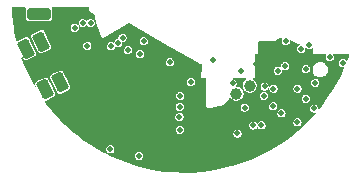
<source format=gbr>
%TF.GenerationSoftware,KiCad,Pcbnew,9.0.0*%
%TF.CreationDate,2025-08-30T10:43:31+02:00*%
%TF.ProjectId,36mm PCB,33366d6d-2050-4434-922e-6b696361645f,rev?*%
%TF.SameCoordinates,Original*%
%TF.FileFunction,Copper,L5,Inr*%
%TF.FilePolarity,Positive*%
%FSLAX46Y46*%
G04 Gerber Fmt 4.6, Leading zero omitted, Abs format (unit mm)*
G04 Created by KiCad (PCBNEW 9.0.0) date 2025-08-30 10:43:31*
%MOMM*%
%LPD*%
G01*
G04 APERTURE LIST*
G04 Aperture macros list*
%AMRoundRect*
0 Rectangle with rounded corners*
0 $1 Rounding radius*
0 $2 $3 $4 $5 $6 $7 $8 $9 X,Y pos of 4 corners*
0 Add a 4 corners polygon primitive as box body*
4,1,4,$2,$3,$4,$5,$6,$7,$8,$9,$2,$3,0*
0 Add four circle primitives for the rounded corners*
1,1,$1+$1,$2,$3*
1,1,$1+$1,$4,$5*
1,1,$1+$1,$6,$7*
1,1,$1+$1,$8,$9*
0 Add four rect primitives between the rounded corners*
20,1,$1+$1,$2,$3,$4,$5,0*
20,1,$1+$1,$4,$5,$6,$7,0*
20,1,$1+$1,$6,$7,$8,$9,0*
20,1,$1+$1,$8,$9,$2,$3,0*%
G04 Aperture macros list end*
%TA.AperFunction,ComponentPad*%
%ADD10RoundRect,0.150000X-0.850000X-0.350000X0.850000X-0.350000X0.850000X0.350000X-0.850000X0.350000X0*%
%TD*%
%TA.AperFunction,ComponentPad*%
%ADD11C,0.500000*%
%TD*%
%TA.AperFunction,ComponentPad*%
%ADD12C,1.000000*%
%TD*%
%TA.AperFunction,ComponentPad*%
%ADD13RoundRect,0.150000X0.591910X-0.441184X0.042506X0.737016X-0.591910X0.441184X-0.042506X-0.737016X0*%
%TD*%
%TA.AperFunction,ViaPad*%
%ADD14C,0.500000*%
%TD*%
G04 APERTURE END LIST*
D10*
%TO.N,GND*%
%TO.C,TP15*%
X190057772Y-114509534D03*
%TD*%
D11*
%TO.N,+3.3V*%
%TO.C,IC6*%
X208542772Y-116831554D03*
%TO.N,I2C1_SDA*%
X210542772Y-117156554D03*
%TO.N,I2C1_SCL*%
X209867772Y-117481554D03*
%TO.N,GND*%
X209117772Y-117264534D03*
%TD*%
D10*
%TO.N,+3V0*%
%TO.C,TP14*%
X187632772Y-114509534D03*
%TD*%
D12*
%TO.N,SYS_SWCLK*%
%TO.C,TP18*%
X205490000Y-120600000D03*
%TD*%
D13*
%TO.N,Net-(C12-Pad2)*%
%TO.C,SW5*%
X189455162Y-120320686D03*
X187849213Y-116876717D03*
%TO.N,+3V0*%
X188186331Y-120912350D03*
X186580382Y-117468382D03*
%TD*%
D12*
%TO.N,SYS_SWDIO*%
%TO.C,TP17*%
X204370000Y-121300000D03*
%TD*%
D14*
%TO.N,I2C1_SDA*%
X199551130Y-123259000D03*
%TO.N,I2C1_SCL*%
X199570000Y-122409000D03*
%TO.N,+3V0*%
X193690000Y-125990000D03*
%TO.N,ADCVBAT*%
X209540000Y-123710000D03*
X194733732Y-116563689D03*
X193750000Y-117280000D03*
%TO.N,+3V0*%
X195190000Y-117600000D03*
%TO.N,GND*%
X206025478Y-118734534D03*
X205110000Y-124060000D03*
X208977772Y-119704534D03*
X209010000Y-123300000D03*
%TO.N,+3.3V*%
X204460000Y-124650000D03*
X199600000Y-121490000D03*
X208490000Y-118950000D03*
X196520000Y-116840000D03*
X212277772Y-118194534D03*
X199590000Y-124350000D03*
%TO.N,NRST*%
X210255935Y-121716592D03*
%TO.N,+3V0*%
X200510000Y-120300000D03*
X208175685Y-122940000D03*
X191740000Y-117240000D03*
%TO.N,Stat*%
X194347311Y-117022689D03*
X196120000Y-126550000D03*
%TO.N,Net-(IC1-MOT2)*%
X202410000Y-118475000D03*
%TO.N,Net-(IC1-MOT1)*%
X204047772Y-120424534D03*
%TO.N,I2C1_SDA*%
X206700000Y-121480000D03*
X196210000Y-117930000D03*
%TO.N,I2C1_SCL*%
X206760000Y-120680000D03*
X198740000Y-118630806D03*
%TO.N,GPIO_Output_Mono*%
X207480000Y-122360000D03*
X192020000Y-115300000D03*
%TO.N,GPIO_EXTI1*%
X205070000Y-122470000D03*
X191370000Y-115300000D03*
%TO.N,GPIO_EXTI9*%
X190680000Y-115700000D03*
X207510000Y-120870000D03*
%TO.N,Tim2_CH3*%
X206492157Y-123967843D03*
X207880000Y-119350000D03*
X210950000Y-122540000D03*
%TO.N,Tim2_CH1*%
X209535196Y-120866133D03*
X205797213Y-123980000D03*
X213391860Y-118690000D03*
%TO.N,Net-(Q4-D_1)*%
X211037772Y-120374534D03*
%TO.N,Net-(Q3-D_1)*%
X210257772Y-119214534D03*
%TO.N,VDD PROG*%
X204770000Y-119390000D03*
%TD*%
%TA.AperFunction,Conductor*%
%TO.N,GND*%
G36*
X186541071Y-113999386D02*
G01*
X186555423Y-114034034D01*
X186548387Y-114057227D01*
X186548652Y-114057337D01*
X186547541Y-114060016D01*
X186547166Y-114061254D01*
X186546806Y-114061794D01*
X186546805Y-114061796D01*
X186532272Y-114134856D01*
X186532272Y-114884211D01*
X186546805Y-114957273D01*
X186602170Y-115040135D01*
X186669009Y-115084794D01*
X186685032Y-115095500D01*
X186758098Y-115110034D01*
X188507446Y-115110034D01*
X188580512Y-115095500D01*
X188663373Y-115040135D01*
X188718738Y-114957274D01*
X188733272Y-114884208D01*
X188733272Y-114134860D01*
X188718738Y-114061794D01*
X188718377Y-114061254D01*
X188718251Y-114060617D01*
X188716892Y-114057337D01*
X188717544Y-114057066D01*
X188711063Y-114024473D01*
X188731899Y-113993291D01*
X188759121Y-113985034D01*
X191848664Y-113985034D01*
X191883312Y-113999386D01*
X191897664Y-114034034D01*
X191895814Y-114047369D01*
X191881479Y-114098053D01*
X191890796Y-114177275D01*
X191890796Y-114177277D01*
X191918932Y-114227600D01*
X191921907Y-114232921D01*
X191929720Y-114246896D01*
X192375328Y-114598712D01*
X192393424Y-114629917D01*
X192415196Y-114775401D01*
X192415201Y-114775432D01*
X192518020Y-115256331D01*
X192650405Y-115729924D01*
X192650407Y-115729933D01*
X192795347Y-116146922D01*
X192811865Y-116194444D01*
X192828867Y-116235042D01*
X192893975Y-116390509D01*
X192893975Y-116390511D01*
X192896505Y-116396554D01*
X192898214Y-116409527D01*
X192911769Y-116433005D01*
X192912976Y-116435888D01*
X192912979Y-116435893D01*
X192922246Y-116458029D01*
X192926899Y-116462647D01*
X192934813Y-116472921D01*
X192938096Y-116478605D01*
X192959614Y-116495116D01*
X192978860Y-116514218D01*
X192990980Y-116519185D01*
X193001376Y-116527162D01*
X193027575Y-116534182D01*
X193052667Y-116544465D01*
X193065766Y-116544415D01*
X193078423Y-116547807D01*
X193105315Y-116544266D01*
X193132430Y-116544164D01*
X193144513Y-116539105D01*
X193157504Y-116537395D01*
X193180992Y-116523834D01*
X193206007Y-116513362D01*
X193215235Y-116504063D01*
X195263841Y-115321299D01*
X195301022Y-115316405D01*
X195312840Y-115321300D01*
X198785333Y-117326144D01*
X201190829Y-118714957D01*
X201199430Y-118721264D01*
X201208690Y-118729749D01*
X201208692Y-118729750D01*
X201208694Y-118729752D01*
X201229688Y-118737393D01*
X201249035Y-118748563D01*
X201266802Y-118750901D01*
X201271842Y-118752736D01*
X201271844Y-118752736D01*
X201283648Y-118757033D01*
X201301680Y-118756245D01*
X201310207Y-118756616D01*
X201328116Y-118758975D01*
X201340246Y-118755723D01*
X201350792Y-118754101D01*
X201363335Y-118753554D01*
X201363335Y-118753553D01*
X201365777Y-118753447D01*
X201401018Y-118766274D01*
X201416867Y-118800263D01*
X201416913Y-118802779D01*
X201414850Y-119069527D01*
X201407772Y-119984534D01*
X201734469Y-119984534D01*
X201769117Y-119998886D01*
X201783469Y-120033534D01*
X201783469Y-122279830D01*
X201779710Y-122295388D01*
X201783469Y-122319345D01*
X201783469Y-122343592D01*
X201787360Y-122352986D01*
X201790497Y-122364139D01*
X201792073Y-122374187D01*
X201792074Y-122374188D01*
X201804713Y-122394880D01*
X201813993Y-122417284D01*
X201825310Y-122428601D01*
X201833652Y-122442258D01*
X201850163Y-122454291D01*
X201855950Y-122459241D01*
X201870392Y-122473684D01*
X201870394Y-122473685D01*
X201870395Y-122473686D01*
X201879787Y-122477576D01*
X201889893Y-122483245D01*
X201898114Y-122489236D01*
X201921686Y-122494931D01*
X201944087Y-122504210D01*
X201960089Y-122504210D01*
X201975647Y-122507969D01*
X201999604Y-122504210D01*
X202023851Y-122504210D01*
X202038641Y-122498083D01*
X202185530Y-122475034D01*
X202462631Y-122423853D01*
X204719500Y-122423853D01*
X204719500Y-122516146D01*
X204743385Y-122605286D01*
X204743386Y-122605289D01*
X204783800Y-122675286D01*
X204789531Y-122685212D01*
X204854788Y-122750469D01*
X204934712Y-122796614D01*
X204956998Y-122802585D01*
X205023853Y-122820500D01*
X205023856Y-122820500D01*
X205116146Y-122820500D01*
X205160716Y-122808557D01*
X205205288Y-122796614D01*
X205285212Y-122750469D01*
X205350469Y-122685212D01*
X205396614Y-122605288D01*
X205409924Y-122555614D01*
X205420500Y-122516146D01*
X205420500Y-122423853D01*
X205396614Y-122334713D01*
X205396612Y-122334708D01*
X205384571Y-122313853D01*
X207129500Y-122313853D01*
X207129500Y-122406146D01*
X207153385Y-122495286D01*
X207153386Y-122495289D01*
X207181677Y-122544289D01*
X207199531Y-122575212D01*
X207264788Y-122640469D01*
X207297797Y-122659527D01*
X207342283Y-122685212D01*
X207344712Y-122686614D01*
X207366998Y-122692585D01*
X207433853Y-122710500D01*
X207433856Y-122710500D01*
X207526146Y-122710500D01*
X207570716Y-122698557D01*
X207615288Y-122686614D01*
X207695212Y-122640469D01*
X207760469Y-122575212D01*
X207806614Y-122495288D01*
X207820824Y-122442257D01*
X207830500Y-122406146D01*
X207830500Y-122313853D01*
X207806614Y-122224713D01*
X207806613Y-122224710D01*
X207788757Y-122193784D01*
X207760469Y-122144788D01*
X207695212Y-122079531D01*
X207689842Y-122076430D01*
X207615289Y-122033386D01*
X207615286Y-122033385D01*
X207526147Y-122009500D01*
X207526144Y-122009500D01*
X207433856Y-122009500D01*
X207433853Y-122009500D01*
X207344713Y-122033385D01*
X207344710Y-122033386D01*
X207264794Y-122079527D01*
X207264784Y-122079534D01*
X207199534Y-122144784D01*
X207199527Y-122144794D01*
X207153386Y-122224710D01*
X207153385Y-122224713D01*
X207129500Y-122313853D01*
X205384571Y-122313853D01*
X205373910Y-122295388D01*
X205350469Y-122254788D01*
X205285212Y-122189531D01*
X205279842Y-122186430D01*
X205205289Y-122143386D01*
X205205286Y-122143385D01*
X205116147Y-122119500D01*
X205116144Y-122119500D01*
X205023856Y-122119500D01*
X205023853Y-122119500D01*
X204934713Y-122143385D01*
X204934710Y-122143386D01*
X204854794Y-122189527D01*
X204854784Y-122189534D01*
X204789534Y-122254784D01*
X204789527Y-122254794D01*
X204743386Y-122334710D01*
X204743385Y-122334713D01*
X204719500Y-122423853D01*
X202462631Y-122423853D01*
X202524926Y-122412347D01*
X202862506Y-122340518D01*
X202991500Y-122309409D01*
X202991509Y-122309411D01*
X203009551Y-122305058D01*
X203009625Y-122305069D01*
X203030280Y-122300069D01*
X203030281Y-122300070D01*
X203045539Y-122296377D01*
X203069036Y-122290711D01*
X203069037Y-122290709D01*
X203073897Y-122289538D01*
X203074103Y-122289464D01*
X203115610Y-122279421D01*
X203277092Y-122210484D01*
X203424893Y-122115701D01*
X203554911Y-121997700D01*
X203663540Y-121859755D01*
X203747765Y-121705693D01*
X203773812Y-121630521D01*
X203798716Y-121602482D01*
X203836154Y-121600266D01*
X203862546Y-121622065D01*
X203889475Y-121668709D01*
X203889478Y-121668713D01*
X203889480Y-121668716D01*
X204001284Y-121780520D01*
X204001287Y-121780521D01*
X204001290Y-121780524D01*
X204138213Y-121859576D01*
X204138215Y-121859576D01*
X204138216Y-121859577D01*
X204239907Y-121886825D01*
X204290939Y-121900499D01*
X204290940Y-121900500D01*
X204290943Y-121900500D01*
X204449060Y-121900500D01*
X204449060Y-121900499D01*
X204601784Y-121859577D01*
X204738716Y-121780520D01*
X204850520Y-121668716D01*
X204881368Y-121615286D01*
X204929576Y-121531786D01*
X204929576Y-121531785D01*
X204929577Y-121531784D01*
X204953138Y-121443853D01*
X204955818Y-121433852D01*
X206349500Y-121433852D01*
X206349500Y-121526146D01*
X206373385Y-121615286D01*
X206373386Y-121615289D01*
X206405233Y-121670448D01*
X206419531Y-121695212D01*
X206484788Y-121760469D01*
X206564712Y-121806614D01*
X206586998Y-121812585D01*
X206653853Y-121830500D01*
X206653856Y-121830500D01*
X206746146Y-121830500D01*
X206797971Y-121816613D01*
X206835288Y-121806614D01*
X206915212Y-121760469D01*
X206980469Y-121695212D01*
X206994769Y-121670445D01*
X209905435Y-121670445D01*
X209905435Y-121762738D01*
X209929320Y-121851878D01*
X209929321Y-121851881D01*
X209960079Y-121905153D01*
X209975466Y-121931804D01*
X210040723Y-121997061D01*
X210120647Y-122043206D01*
X210142933Y-122049177D01*
X210209788Y-122067092D01*
X210209791Y-122067092D01*
X210302081Y-122067092D01*
X210346651Y-122055149D01*
X210391223Y-122043206D01*
X210471147Y-121997061D01*
X210536404Y-121931804D01*
X210582549Y-121851880D01*
X210601671Y-121780517D01*
X210606435Y-121762738D01*
X210606435Y-121670445D01*
X210582549Y-121581305D01*
X210582548Y-121581302D01*
X210571012Y-121561323D01*
X210536404Y-121501380D01*
X210471147Y-121436123D01*
X210465777Y-121433022D01*
X210391224Y-121389978D01*
X210391221Y-121389977D01*
X210302082Y-121366092D01*
X210302079Y-121366092D01*
X210209791Y-121366092D01*
X210209788Y-121366092D01*
X210120648Y-121389977D01*
X210120645Y-121389978D01*
X210040729Y-121436119D01*
X210040719Y-121436126D01*
X209975469Y-121501376D01*
X209975462Y-121501386D01*
X209929321Y-121581302D01*
X209929320Y-121581305D01*
X209905435Y-121670445D01*
X206994769Y-121670445D01*
X207017819Y-121630522D01*
X207026613Y-121615290D01*
X207026613Y-121615289D01*
X207026614Y-121615288D01*
X207047821Y-121536144D01*
X207050500Y-121526146D01*
X207050500Y-121433852D01*
X207026614Y-121344713D01*
X207026613Y-121344710D01*
X206998005Y-121295161D01*
X206980469Y-121264788D01*
X206915212Y-121199531D01*
X206891650Y-121185927D01*
X206835289Y-121153386D01*
X206835286Y-121153385D01*
X206746147Y-121129500D01*
X206746144Y-121129500D01*
X206653856Y-121129500D01*
X206653853Y-121129500D01*
X206564713Y-121153385D01*
X206564710Y-121153386D01*
X206484794Y-121199527D01*
X206484784Y-121199534D01*
X206419534Y-121264784D01*
X206419527Y-121264794D01*
X206373386Y-121344710D01*
X206373385Y-121344713D01*
X206349500Y-121433852D01*
X204955818Y-121433852D01*
X204960076Y-121417962D01*
X204970500Y-121379059D01*
X204970500Y-121220940D01*
X204970499Y-121220939D01*
X204951617Y-121150472D01*
X204929577Y-121068216D01*
X204929576Y-121068215D01*
X204929576Y-121068213D01*
X204850524Y-120931290D01*
X204850521Y-120931287D01*
X204850520Y-120931284D01*
X204738716Y-120819480D01*
X204738713Y-120819478D01*
X204738709Y-120819475D01*
X204601786Y-120740423D01*
X204601782Y-120740422D01*
X204449060Y-120699500D01*
X204449057Y-120699500D01*
X204378613Y-120699500D01*
X204343965Y-120685148D01*
X204329613Y-120650500D01*
X204336178Y-120626000D01*
X204374385Y-120559824D01*
X204374385Y-120559823D01*
X204374386Y-120559822D01*
X204395156Y-120482307D01*
X204398272Y-120470680D01*
X204398272Y-120378387D01*
X204374386Y-120289247D01*
X204374385Y-120289244D01*
X204353951Y-120253853D01*
X204328241Y-120209322D01*
X204262984Y-120144065D01*
X204220406Y-120119482D01*
X204183061Y-120097920D01*
X204183058Y-120097919D01*
X204119408Y-120080864D01*
X204089655Y-120058034D01*
X204084760Y-120020852D01*
X204107590Y-119991099D01*
X204132090Y-119984534D01*
X205172147Y-119984534D01*
X205206795Y-119998886D01*
X205221147Y-120033534D01*
X205206795Y-120068182D01*
X205196647Y-120075969D01*
X205121290Y-120119475D01*
X205121281Y-120119482D01*
X205009482Y-120231281D01*
X205009475Y-120231290D01*
X204930423Y-120368213D01*
X204930422Y-120368217D01*
X204889500Y-120520939D01*
X204889500Y-120679060D01*
X204930422Y-120831782D01*
X204930423Y-120831786D01*
X205009475Y-120968709D01*
X205009478Y-120968713D01*
X205009480Y-120968716D01*
X205121284Y-121080520D01*
X205121287Y-121080521D01*
X205121290Y-121080524D01*
X205258213Y-121159576D01*
X205258215Y-121159576D01*
X205258216Y-121159577D01*
X205356556Y-121185927D01*
X205410939Y-121200499D01*
X205410940Y-121200500D01*
X205410943Y-121200500D01*
X205569060Y-121200500D01*
X205569060Y-121200499D01*
X205721784Y-121159577D01*
X205737555Y-121150472D01*
X205858709Y-121080524D01*
X205858708Y-121080524D01*
X205858716Y-121080520D01*
X205970520Y-120968716D01*
X206026408Y-120871915D01*
X206049576Y-120831786D01*
X206049576Y-120831785D01*
X206049577Y-120831784D01*
X206090499Y-120679060D01*
X206090500Y-120679060D01*
X206090500Y-120633853D01*
X206409500Y-120633853D01*
X206409500Y-120726146D01*
X206433385Y-120815286D01*
X206433386Y-120815289D01*
X206452978Y-120849222D01*
X206479531Y-120895212D01*
X206544788Y-120960469D01*
X206575970Y-120978472D01*
X206615717Y-121001421D01*
X206624712Y-121006614D01*
X206646998Y-121012585D01*
X206713853Y-121030500D01*
X206713856Y-121030500D01*
X206806146Y-121030500D01*
X206850716Y-121018557D01*
X206895288Y-121006614D01*
X206975212Y-120960469D01*
X207040469Y-120895212D01*
X207068065Y-120847414D01*
X207097818Y-120824585D01*
X207135000Y-120829480D01*
X207157830Y-120859233D01*
X207159500Y-120871915D01*
X207159500Y-120916146D01*
X207183385Y-121005286D01*
X207183386Y-121005289D01*
X207197942Y-121030500D01*
X207229531Y-121085212D01*
X207294788Y-121150469D01*
X207354731Y-121185077D01*
X207368012Y-121192746D01*
X207374712Y-121196614D01*
X207385610Y-121199534D01*
X207463853Y-121220500D01*
X207463856Y-121220500D01*
X207556146Y-121220500D01*
X207600716Y-121208557D01*
X207645288Y-121196614D01*
X207725212Y-121150469D01*
X207790469Y-121085212D01*
X207836614Y-121005288D01*
X207856442Y-120931290D01*
X207860500Y-120916146D01*
X207860500Y-120823855D01*
X207860499Y-120823850D01*
X207859464Y-120819986D01*
X209184696Y-120819986D01*
X209184696Y-120912279D01*
X209208581Y-121001419D01*
X209208582Y-121001422D01*
X209211580Y-121006614D01*
X209254727Y-121081345D01*
X209319984Y-121146602D01*
X209379927Y-121181210D01*
X209388102Y-121185931D01*
X209399908Y-121192747D01*
X209414336Y-121196613D01*
X209489049Y-121216633D01*
X209489052Y-121216633D01*
X209581342Y-121216633D01*
X209641549Y-121200500D01*
X209670484Y-121192747D01*
X209750408Y-121146602D01*
X209815665Y-121081345D01*
X209861810Y-121001421D01*
X209879763Y-120934420D01*
X209885696Y-120912279D01*
X209885696Y-120819986D01*
X209864376Y-120740422D01*
X209861810Y-120730845D01*
X209815665Y-120650921D01*
X209750408Y-120585664D01*
X209705653Y-120559824D01*
X209670485Y-120539519D01*
X209670482Y-120539518D01*
X209581343Y-120515633D01*
X209581340Y-120515633D01*
X209489052Y-120515633D01*
X209489049Y-120515633D01*
X209399909Y-120539518D01*
X209399906Y-120539519D01*
X209319990Y-120585660D01*
X209319980Y-120585667D01*
X209254730Y-120650917D01*
X209254723Y-120650927D01*
X209208582Y-120730843D01*
X209208581Y-120730846D01*
X209184696Y-120819986D01*
X207859464Y-120819986D01*
X207840905Y-120750728D01*
X207836614Y-120734712D01*
X207790469Y-120654788D01*
X207725212Y-120589531D01*
X207709522Y-120580472D01*
X207645289Y-120543386D01*
X207645286Y-120543385D01*
X207556147Y-120519500D01*
X207556144Y-120519500D01*
X207463856Y-120519500D01*
X207463853Y-120519500D01*
X207374713Y-120543385D01*
X207374710Y-120543386D01*
X207294794Y-120589527D01*
X207294784Y-120589534D01*
X207229534Y-120654784D01*
X207229527Y-120654794D01*
X207201935Y-120702584D01*
X207172182Y-120725415D01*
X207135000Y-120720519D01*
X207112169Y-120690766D01*
X207110500Y-120678084D01*
X207110500Y-120633853D01*
X207086614Y-120544713D01*
X207086613Y-120544710D01*
X207054556Y-120489187D01*
X207040469Y-120464788D01*
X206975212Y-120399531D01*
X206947988Y-120383813D01*
X206919930Y-120367613D01*
X206895289Y-120353386D01*
X206895286Y-120353385D01*
X206806147Y-120329500D01*
X206806144Y-120329500D01*
X206713856Y-120329500D01*
X206713853Y-120329500D01*
X206624713Y-120353385D01*
X206624710Y-120353386D01*
X206544794Y-120399527D01*
X206544784Y-120399534D01*
X206479534Y-120464784D01*
X206479527Y-120464794D01*
X206433386Y-120544710D01*
X206433385Y-120544713D01*
X206409500Y-120633853D01*
X206090500Y-120633853D01*
X206090500Y-120520940D01*
X206090499Y-120520939D01*
X206075452Y-120464784D01*
X206049577Y-120368216D01*
X206049576Y-120368215D01*
X206049576Y-120368213D01*
X206026583Y-120328387D01*
X210687272Y-120328387D01*
X210687272Y-120420680D01*
X210711157Y-120509820D01*
X210711158Y-120509823D01*
X210751947Y-120580469D01*
X210757303Y-120589746D01*
X210822560Y-120655003D01*
X210863025Y-120678366D01*
X210899629Y-120699500D01*
X210902484Y-120701148D01*
X210918375Y-120705406D01*
X210991625Y-120725034D01*
X210991628Y-120725034D01*
X211083918Y-120725034D01*
X211128488Y-120713091D01*
X211173060Y-120701148D01*
X211252984Y-120655003D01*
X211318241Y-120589746D01*
X211364386Y-120509822D01*
X211384357Y-120435289D01*
X211388272Y-120420680D01*
X211388272Y-120328387D01*
X211364386Y-120239247D01*
X211364385Y-120239244D01*
X211352849Y-120219265D01*
X211318241Y-120159322D01*
X211252984Y-120094065D01*
X211238452Y-120085675D01*
X211173061Y-120047920D01*
X211173058Y-120047919D01*
X211083919Y-120024034D01*
X211083916Y-120024034D01*
X210991628Y-120024034D01*
X210991625Y-120024034D01*
X210902485Y-120047919D01*
X210902482Y-120047920D01*
X210822566Y-120094061D01*
X210822556Y-120094068D01*
X210757306Y-120159318D01*
X210757299Y-120159328D01*
X210711158Y-120239244D01*
X210711157Y-120239247D01*
X210687272Y-120328387D01*
X206026583Y-120328387D01*
X205970524Y-120231290D01*
X205970521Y-120231287D01*
X205970520Y-120231284D01*
X205858716Y-120119480D01*
X205858713Y-120119478D01*
X205858709Y-120119475D01*
X205783353Y-120075969D01*
X205760523Y-120046216D01*
X205765418Y-120009034D01*
X205795171Y-119986204D01*
X205807853Y-119984534D01*
X205907772Y-119984534D01*
X205907772Y-119303853D01*
X207529500Y-119303853D01*
X207529500Y-119396146D01*
X207553385Y-119485286D01*
X207553386Y-119485289D01*
X207561441Y-119499240D01*
X207599531Y-119565212D01*
X207664788Y-119630469D01*
X207744712Y-119676614D01*
X207766998Y-119682585D01*
X207833853Y-119700500D01*
X207833856Y-119700500D01*
X207926146Y-119700500D01*
X207970716Y-119688557D01*
X208015288Y-119676614D01*
X208095212Y-119630469D01*
X208160469Y-119565212D01*
X208206614Y-119485288D01*
X208221496Y-119429749D01*
X208230500Y-119396146D01*
X208230500Y-119303855D01*
X208229750Y-119301057D01*
X208234644Y-119263875D01*
X208264396Y-119241043D01*
X208301578Y-119245937D01*
X208301580Y-119245938D01*
X208354710Y-119276613D01*
X208354712Y-119276614D01*
X208376998Y-119282585D01*
X208443853Y-119300500D01*
X208443856Y-119300500D01*
X208536146Y-119300500D01*
X208580716Y-119288557D01*
X208625288Y-119276614D01*
X208705212Y-119230469D01*
X208767294Y-119168387D01*
X209907272Y-119168387D01*
X209907272Y-119260680D01*
X209931157Y-119349820D01*
X209931158Y-119349823D01*
X209974202Y-119424376D01*
X209977303Y-119429746D01*
X210042560Y-119495003D01*
X210122484Y-119541148D01*
X210144770Y-119547119D01*
X210211625Y-119565034D01*
X210211628Y-119565034D01*
X210303918Y-119565034D01*
X210348488Y-119553091D01*
X210393060Y-119541148D01*
X210472984Y-119495003D01*
X210538241Y-119429746D01*
X210584386Y-119349822D01*
X210604002Y-119276614D01*
X210608272Y-119260680D01*
X210608272Y-119190461D01*
X210817272Y-119190461D01*
X210817272Y-119318606D01*
X210842269Y-119444271D01*
X210842270Y-119444276D01*
X210882396Y-119541147D01*
X210891307Y-119562661D01*
X210962496Y-119669203D01*
X211053103Y-119759810D01*
X211159645Y-119830999D01*
X211278028Y-119880035D01*
X211403703Y-119905034D01*
X211531841Y-119905034D01*
X211657516Y-119880035D01*
X211775899Y-119830999D01*
X211882441Y-119759810D01*
X211973048Y-119669203D01*
X212044237Y-119562661D01*
X212093273Y-119444278D01*
X212118272Y-119318603D01*
X212118272Y-119190465D01*
X212093273Y-119064790D01*
X212044237Y-118946407D01*
X211973048Y-118839865D01*
X211882441Y-118749258D01*
X211874739Y-118744112D01*
X211829529Y-118713904D01*
X211775899Y-118678069D01*
X211773203Y-118676952D01*
X211657514Y-118629032D01*
X211657509Y-118629031D01*
X211531844Y-118604034D01*
X211531841Y-118604034D01*
X211403703Y-118604034D01*
X211403699Y-118604034D01*
X211278034Y-118629031D01*
X211278029Y-118629032D01*
X211159646Y-118678068D01*
X211053103Y-118749257D01*
X210962495Y-118839865D01*
X210891306Y-118946408D01*
X210842270Y-119064791D01*
X210842269Y-119064796D01*
X210817272Y-119190461D01*
X210608272Y-119190461D01*
X210608272Y-119168387D01*
X210584386Y-119079247D01*
X210584385Y-119079244D01*
X210563370Y-119042846D01*
X210538241Y-118999322D01*
X210472984Y-118934065D01*
X210467614Y-118930964D01*
X210393061Y-118887920D01*
X210393058Y-118887919D01*
X210303919Y-118864034D01*
X210303916Y-118864034D01*
X210211628Y-118864034D01*
X210211625Y-118864034D01*
X210122485Y-118887919D01*
X210122482Y-118887920D01*
X210042566Y-118934061D01*
X210042556Y-118934068D01*
X209977306Y-118999318D01*
X209977299Y-118999328D01*
X209931158Y-119079244D01*
X209931157Y-119079247D01*
X209907272Y-119168387D01*
X208767294Y-119168387D01*
X208770469Y-119165212D01*
X208816614Y-119085288D01*
X208835015Y-119016614D01*
X208840500Y-118996146D01*
X208840500Y-118903853D01*
X208816614Y-118814713D01*
X208816613Y-118814710D01*
X208788544Y-118766094D01*
X208770469Y-118734788D01*
X208705212Y-118669531D01*
X208699842Y-118666430D01*
X208625289Y-118623386D01*
X208625286Y-118623385D01*
X208536147Y-118599500D01*
X208536144Y-118599500D01*
X208443856Y-118599500D01*
X208443853Y-118599500D01*
X208354713Y-118623385D01*
X208354710Y-118623386D01*
X208274794Y-118669527D01*
X208274784Y-118669534D01*
X208209534Y-118734784D01*
X208209527Y-118734794D01*
X208163386Y-118814710D01*
X208163385Y-118814713D01*
X208139500Y-118903853D01*
X208139500Y-118996147D01*
X208140250Y-118998947D01*
X208135353Y-119036129D01*
X208105598Y-119058957D01*
X208068419Y-119054061D01*
X208015290Y-119023386D01*
X208015286Y-119023385D01*
X207926147Y-118999500D01*
X207926144Y-118999500D01*
X207833856Y-118999500D01*
X207833853Y-118999500D01*
X207744713Y-119023385D01*
X207744710Y-119023386D01*
X207664794Y-119069527D01*
X207664784Y-119069534D01*
X207599534Y-119134784D01*
X207599527Y-119134794D01*
X207553386Y-119214710D01*
X207553385Y-119214713D01*
X207529500Y-119303853D01*
X205907772Y-119303853D01*
X205907772Y-117982590D01*
X205922124Y-117947942D01*
X205956772Y-117933590D01*
X206074760Y-117933590D01*
X206074762Y-117933590D01*
X206148454Y-117903066D01*
X206148456Y-117903064D01*
X206148457Y-117903064D01*
X206204854Y-117846667D01*
X206204854Y-117846666D01*
X206204856Y-117846664D01*
X206235380Y-117772972D01*
X206235380Y-116883346D01*
X206249732Y-116848698D01*
X206284380Y-116834346D01*
X207545529Y-116834346D01*
X207567534Y-116838226D01*
X207585035Y-116834346D01*
X207602956Y-116834346D01*
X207623596Y-116825796D01*
X207645407Y-116820961D01*
X207660086Y-116810681D01*
X207665044Y-116808628D01*
X207665046Y-116808627D01*
X207676648Y-116803822D01*
X207689416Y-116791052D01*
X207695946Y-116785571D01*
X208023213Y-116556418D01*
X208051318Y-116547558D01*
X208217145Y-116547558D01*
X208251793Y-116561910D01*
X208266145Y-116596558D01*
X208259580Y-116621058D01*
X208216158Y-116696264D01*
X208216157Y-116696267D01*
X208192272Y-116785407D01*
X208192272Y-116877700D01*
X208216157Y-116966840D01*
X208216158Y-116966843D01*
X208226766Y-116985216D01*
X208262303Y-117046766D01*
X208327560Y-117112023D01*
X208384178Y-117144712D01*
X208407149Y-117157975D01*
X208407484Y-117158168D01*
X208428022Y-117163671D01*
X208496625Y-117182054D01*
X208496628Y-117182054D01*
X208588918Y-117182054D01*
X208639717Y-117168442D01*
X208678060Y-117158168D01*
X208757984Y-117112023D01*
X208823241Y-117046766D01*
X208869386Y-116966842D01*
X208883494Y-116914189D01*
X208893272Y-116877700D01*
X208893272Y-116785407D01*
X208893271Y-116785406D01*
X208888346Y-116767023D01*
X208893241Y-116729841D01*
X208922994Y-116707011D01*
X208960176Y-116711906D01*
X208971565Y-116720981D01*
X208979801Y-116729841D01*
X209057906Y-116813873D01*
X209058667Y-116814691D01*
X209213093Y-116929495D01*
X209385804Y-117014341D01*
X209385808Y-117014342D01*
X209385810Y-117014343D01*
X209422976Y-117024788D01*
X209571052Y-117066404D01*
X209689065Y-117077211D01*
X209722260Y-117094663D01*
X209733392Y-117130475D01*
X209715940Y-117163671D01*
X209709097Y-117168442D01*
X209652563Y-117201083D01*
X209652556Y-117201088D01*
X209587306Y-117266338D01*
X209587299Y-117266348D01*
X209541158Y-117346264D01*
X209541157Y-117346267D01*
X209517272Y-117435407D01*
X209517272Y-117527700D01*
X209541157Y-117616840D01*
X209541158Y-117616843D01*
X209580313Y-117684659D01*
X209587303Y-117696766D01*
X209652560Y-117762023D01*
X209732484Y-117808168D01*
X209754770Y-117814139D01*
X209821625Y-117832054D01*
X209821628Y-117832054D01*
X209913918Y-117832054D01*
X209958488Y-117820111D01*
X210003060Y-117808168D01*
X210082984Y-117762023D01*
X210148241Y-117696766D01*
X210194386Y-117616842D01*
X210209492Y-117560465D01*
X210218272Y-117527700D01*
X210218272Y-117446031D01*
X210232624Y-117411383D01*
X210267272Y-117397031D01*
X210301920Y-117411383D01*
X210327560Y-117437023D01*
X210407484Y-117483168D01*
X210429770Y-117489139D01*
X210496625Y-117507054D01*
X210496628Y-117507054D01*
X210588918Y-117507054D01*
X210633488Y-117495111D01*
X210678060Y-117483168D01*
X210757984Y-117437023D01*
X210768037Y-117426970D01*
X210802685Y-117412618D01*
X210837333Y-117426970D01*
X210851685Y-117461618D01*
X210851685Y-117772972D01*
X210882209Y-117846664D01*
X210882210Y-117846665D01*
X210882211Y-117846667D01*
X210938608Y-117903064D01*
X210938609Y-117903064D01*
X210938611Y-117903066D01*
X211012303Y-117933590D01*
X211092067Y-117933590D01*
X211938836Y-117933590D01*
X211973484Y-117947942D01*
X211987836Y-117982590D01*
X211981271Y-118007088D01*
X211962128Y-118040245D01*
X211951157Y-118059247D01*
X211927272Y-118148387D01*
X211927272Y-118240680D01*
X211951157Y-118329820D01*
X211951158Y-118329823D01*
X211994202Y-118404376D01*
X211997303Y-118409746D01*
X212062560Y-118475003D01*
X212142484Y-118521148D01*
X212164770Y-118527119D01*
X212231625Y-118545034D01*
X212231628Y-118545034D01*
X212323918Y-118545034D01*
X212368488Y-118533091D01*
X212413060Y-118521148D01*
X212492984Y-118475003D01*
X212558241Y-118409746D01*
X212604386Y-118329822D01*
X212624002Y-118256614D01*
X212628272Y-118240680D01*
X212628272Y-118148387D01*
X212604386Y-118059247D01*
X212604386Y-118059246D01*
X212574272Y-118007089D01*
X212569377Y-117969909D01*
X212592207Y-117940155D01*
X212616708Y-117933590D01*
X213879556Y-117933590D01*
X213914204Y-117947942D01*
X213928556Y-117982590D01*
X213925933Y-117998406D01*
X213870645Y-118160516D01*
X213795285Y-118381477D01*
X213794418Y-118383821D01*
X213760495Y-118468831D01*
X213734324Y-118495692D01*
X213696824Y-118496180D01*
X213674691Y-118477025D01*
X213674285Y-118477338D01*
X213672766Y-118475359D01*
X213672551Y-118475173D01*
X213672329Y-118474788D01*
X213607072Y-118409531D01*
X213579661Y-118393705D01*
X213527149Y-118363386D01*
X213527146Y-118363385D01*
X213438007Y-118339500D01*
X213438004Y-118339500D01*
X213345716Y-118339500D01*
X213345713Y-118339500D01*
X213256573Y-118363385D01*
X213256570Y-118363386D01*
X213176654Y-118409527D01*
X213176644Y-118409534D01*
X213111394Y-118474784D01*
X213111387Y-118474794D01*
X213065246Y-118554710D01*
X213065245Y-118554713D01*
X213041360Y-118643853D01*
X213041360Y-118736146D01*
X213065245Y-118825286D01*
X213065246Y-118825289D01*
X213077216Y-118846021D01*
X213111391Y-118905212D01*
X213176648Y-118970469D01*
X213226615Y-118999318D01*
X213244818Y-119009828D01*
X213256572Y-119016614D01*
X213278858Y-119022585D01*
X213345713Y-119040500D01*
X213345716Y-119040500D01*
X213438006Y-119040500D01*
X213444727Y-119038698D01*
X213447505Y-119037954D01*
X213484688Y-119042846D01*
X213507520Y-119072597D01*
X213504716Y-119105740D01*
X213204680Y-119758787D01*
X213203580Y-119761030D01*
X212857489Y-120423100D01*
X212856275Y-120425284D01*
X212476899Y-121068827D01*
X212475576Y-121070946D01*
X212063886Y-121694320D01*
X212062456Y-121696370D01*
X211619517Y-122297954D01*
X211617985Y-122299927D01*
X211387426Y-122581761D01*
X211354379Y-122599491D01*
X211318474Y-122588661D01*
X211300744Y-122555614D01*
X211300500Y-122550735D01*
X211300500Y-122493853D01*
X211278660Y-122412347D01*
X211276614Y-122404712D01*
X211230469Y-122324788D01*
X211165212Y-122259531D01*
X211104907Y-122224713D01*
X211085289Y-122213386D01*
X211085286Y-122213385D01*
X210996147Y-122189500D01*
X210996144Y-122189500D01*
X210903856Y-122189500D01*
X210903853Y-122189500D01*
X210814713Y-122213385D01*
X210814710Y-122213386D01*
X210734794Y-122259527D01*
X210734784Y-122259534D01*
X210669534Y-122324784D01*
X210669527Y-122324794D01*
X210623386Y-122404710D01*
X210623385Y-122404713D01*
X210599500Y-122493853D01*
X210599500Y-122586146D01*
X210623385Y-122675286D01*
X210623386Y-122675289D01*
X210646921Y-122716051D01*
X210669531Y-122755212D01*
X210734788Y-122820469D01*
X210814712Y-122866614D01*
X210836998Y-122872585D01*
X210903853Y-122890500D01*
X210903856Y-122890500D01*
X210996146Y-122890500D01*
X211012630Y-122886082D01*
X211017196Y-122884859D01*
X211054378Y-122889753D01*
X211077209Y-122919506D01*
X211072315Y-122956688D01*
X211066174Y-122965108D01*
X210641449Y-123433392D01*
X210639724Y-123435199D01*
X210110288Y-123962248D01*
X210108473Y-123963965D01*
X209552856Y-124463343D01*
X209550955Y-124464966D01*
X208970606Y-124935372D01*
X208968626Y-124936895D01*
X208365043Y-125377113D01*
X208362987Y-125378533D01*
X207737773Y-125787394D01*
X207735648Y-125788708D01*
X207090383Y-126165181D01*
X207088193Y-126166385D01*
X206424574Y-126509477D01*
X206422326Y-126510567D01*
X205742110Y-126819371D01*
X205739810Y-126820346D01*
X205044700Y-127094090D01*
X205042352Y-127094946D01*
X204334207Y-127332895D01*
X204331819Y-127333630D01*
X203612481Y-127535167D01*
X203610059Y-127535780D01*
X202881354Y-127700394D01*
X202878904Y-127700882D01*
X202142776Y-127828132D01*
X202140303Y-127828495D01*
X201398632Y-127918057D01*
X201396145Y-127918293D01*
X200650880Y-127969932D01*
X200648384Y-127970041D01*
X199901462Y-127983622D01*
X199898963Y-127983604D01*
X199152300Y-127959093D01*
X199149806Y-127958947D01*
X198405376Y-127896408D01*
X198402892Y-127896135D01*
X197662639Y-127795731D01*
X197660173Y-127795333D01*
X196925966Y-127657320D01*
X196923523Y-127656796D01*
X196197315Y-127481538D01*
X196194902Y-127480890D01*
X195478579Y-127268844D01*
X195476202Y-127268074D01*
X194771605Y-127019783D01*
X194769270Y-127018892D01*
X194078266Y-126735016D01*
X194075980Y-126734008D01*
X193675242Y-126544960D01*
X193588105Y-126503853D01*
X195769500Y-126503853D01*
X195769500Y-126596146D01*
X195793385Y-126685286D01*
X195793386Y-126685289D01*
X195803474Y-126702761D01*
X195839531Y-126765212D01*
X195904788Y-126830469D01*
X195984712Y-126876614D01*
X196006998Y-126882585D01*
X196073853Y-126900500D01*
X196073856Y-126900500D01*
X196166146Y-126900500D01*
X196210716Y-126888557D01*
X196255288Y-126876614D01*
X196335212Y-126830469D01*
X196400469Y-126765212D01*
X196446614Y-126685288D01*
X196458557Y-126640716D01*
X196470500Y-126596146D01*
X196470500Y-126503853D01*
X196446765Y-126415276D01*
X196446614Y-126414712D01*
X196400469Y-126334788D01*
X196335212Y-126269531D01*
X196329842Y-126266430D01*
X196255289Y-126223386D01*
X196255286Y-126223385D01*
X196166147Y-126199500D01*
X196166144Y-126199500D01*
X196073856Y-126199500D01*
X196073853Y-126199500D01*
X195984713Y-126223385D01*
X195984710Y-126223386D01*
X195904794Y-126269527D01*
X195904784Y-126269534D01*
X195839534Y-126334784D01*
X195839527Y-126334794D01*
X195793386Y-126414710D01*
X195793385Y-126414713D01*
X195769500Y-126503853D01*
X193588105Y-126503853D01*
X193400342Y-126415276D01*
X193398110Y-126414153D01*
X193260618Y-126340500D01*
X192997407Y-126199500D01*
X192739583Y-126061386D01*
X192737411Y-126060150D01*
X192608854Y-125982601D01*
X192544619Y-125943853D01*
X193339500Y-125943853D01*
X193339500Y-126036146D01*
X193363385Y-126125286D01*
X193363386Y-126125289D01*
X193386783Y-126165812D01*
X193409531Y-126205212D01*
X193474788Y-126270469D01*
X193554712Y-126316614D01*
X193576998Y-126322585D01*
X193643853Y-126340500D01*
X193643856Y-126340500D01*
X193736146Y-126340500D01*
X193780716Y-126328557D01*
X193825288Y-126316614D01*
X193905212Y-126270469D01*
X193970469Y-126205212D01*
X194016614Y-126125288D01*
X194028557Y-126080716D01*
X194040500Y-126036146D01*
X194040500Y-125943853D01*
X194016614Y-125854713D01*
X194016613Y-125854710D01*
X193970472Y-125774794D01*
X193970469Y-125774788D01*
X193905212Y-125709531D01*
X193844169Y-125674287D01*
X193825289Y-125663386D01*
X193825286Y-125663385D01*
X193736147Y-125639500D01*
X193736144Y-125639500D01*
X193643856Y-125639500D01*
X193643853Y-125639500D01*
X193554713Y-125663385D01*
X193554710Y-125663386D01*
X193474794Y-125709527D01*
X193474784Y-125709534D01*
X193409534Y-125774784D01*
X193409527Y-125774794D01*
X193363386Y-125854710D01*
X193363385Y-125854713D01*
X193339500Y-125943853D01*
X192544619Y-125943853D01*
X192097745Y-125674287D01*
X192095639Y-125672943D01*
X191476435Y-125254948D01*
X191474401Y-125253497D01*
X190877349Y-124804512D01*
X190875391Y-124802960D01*
X190318925Y-124338254D01*
X190301993Y-124324114D01*
X190300116Y-124322464D01*
X190280009Y-124303853D01*
X199239500Y-124303853D01*
X199239500Y-124396146D01*
X199263385Y-124485286D01*
X199263386Y-124485289D01*
X199282916Y-124519115D01*
X199309531Y-124565212D01*
X199374788Y-124630469D01*
X199454712Y-124676614D01*
X199476998Y-124682585D01*
X199543853Y-124700500D01*
X199543856Y-124700500D01*
X199636146Y-124700500D01*
X199680716Y-124688557D01*
X199725288Y-124676614D01*
X199805212Y-124630469D01*
X199831828Y-124603853D01*
X204109500Y-124603853D01*
X204109500Y-124696146D01*
X204133385Y-124785286D01*
X204133386Y-124785289D01*
X204143589Y-124802960D01*
X204179531Y-124865212D01*
X204244788Y-124930469D01*
X204324712Y-124976614D01*
X204346998Y-124982585D01*
X204413853Y-125000500D01*
X204413856Y-125000500D01*
X204506146Y-125000500D01*
X204550716Y-124988557D01*
X204595288Y-124976614D01*
X204675212Y-124930469D01*
X204740469Y-124865212D01*
X204786614Y-124785288D01*
X204809333Y-124700500D01*
X204810500Y-124696146D01*
X204810500Y-124603853D01*
X204786614Y-124514713D01*
X204786613Y-124514710D01*
X204769625Y-124485286D01*
X204740469Y-124434788D01*
X204675212Y-124369531D01*
X204607610Y-124330500D01*
X204595289Y-124323386D01*
X204595286Y-124323385D01*
X204506147Y-124299500D01*
X204506144Y-124299500D01*
X204413856Y-124299500D01*
X204413853Y-124299500D01*
X204324713Y-124323385D01*
X204324710Y-124323386D01*
X204244794Y-124369527D01*
X204244784Y-124369534D01*
X204179534Y-124434784D01*
X204179527Y-124434794D01*
X204133386Y-124514710D01*
X204133385Y-124514713D01*
X204109500Y-124603853D01*
X199831828Y-124603853D01*
X199870469Y-124565212D01*
X199916614Y-124485288D01*
X199930145Y-124434788D01*
X199940500Y-124396146D01*
X199940500Y-124303853D01*
X199916614Y-124214713D01*
X199916613Y-124214710D01*
X199898332Y-124183048D01*
X199870469Y-124134788D01*
X199805212Y-124069531D01*
X199789570Y-124060500D01*
X199725289Y-124023386D01*
X199725286Y-124023385D01*
X199636147Y-123999500D01*
X199636144Y-123999500D01*
X199543856Y-123999500D01*
X199543853Y-123999500D01*
X199454713Y-124023385D01*
X199454710Y-124023386D01*
X199374794Y-124069527D01*
X199374784Y-124069534D01*
X199309534Y-124134784D01*
X199309527Y-124134794D01*
X199263386Y-124214710D01*
X199263385Y-124214713D01*
X199239500Y-124303853D01*
X190280009Y-124303853D01*
X189915648Y-123966604D01*
X189880264Y-123933853D01*
X205446713Y-123933853D01*
X205446713Y-124026146D01*
X205470598Y-124115286D01*
X205470599Y-124115289D01*
X205481861Y-124134794D01*
X205516744Y-124195212D01*
X205582001Y-124260469D01*
X205661925Y-124306614D01*
X205684211Y-124312585D01*
X205751066Y-124330500D01*
X205751069Y-124330500D01*
X205843359Y-124330500D01*
X205888728Y-124318343D01*
X205932501Y-124306614D01*
X206012425Y-124260469D01*
X206077682Y-124195212D01*
X206105760Y-124146580D01*
X206135512Y-124123751D01*
X206172694Y-124128646D01*
X206190629Y-124146581D01*
X206211688Y-124183055D01*
X206276945Y-124248312D01*
X206356869Y-124294457D01*
X206375690Y-124299500D01*
X206446010Y-124318343D01*
X206446013Y-124318343D01*
X206538303Y-124318343D01*
X206592367Y-124303856D01*
X206627445Y-124294457D01*
X206707369Y-124248312D01*
X206772626Y-124183055D01*
X206818771Y-124103131D01*
X206836594Y-124036614D01*
X206842657Y-124013989D01*
X206842657Y-123921696D01*
X206818771Y-123832556D01*
X206818770Y-123832553D01*
X206779648Y-123764794D01*
X206772626Y-123752631D01*
X206707369Y-123687374D01*
X206701999Y-123684273D01*
X206666631Y-123663853D01*
X209189500Y-123663853D01*
X209189500Y-123756146D01*
X209213385Y-123845286D01*
X209213386Y-123845289D01*
X209254487Y-123916476D01*
X209259531Y-123925212D01*
X209324788Y-123990469D01*
X209404712Y-124036614D01*
X209426998Y-124042585D01*
X209493853Y-124060500D01*
X209493856Y-124060500D01*
X209586146Y-124060500D01*
X209630716Y-124048557D01*
X209675288Y-124036614D01*
X209755212Y-123990469D01*
X209820469Y-123925212D01*
X209866614Y-123845288D01*
X209878557Y-123800716D01*
X209890500Y-123756146D01*
X209890500Y-123663853D01*
X209866614Y-123574713D01*
X209866613Y-123574710D01*
X209820472Y-123494794D01*
X209820469Y-123494788D01*
X209755212Y-123429531D01*
X209749842Y-123426430D01*
X209675289Y-123383386D01*
X209675286Y-123383385D01*
X209586147Y-123359500D01*
X209586144Y-123359500D01*
X209493856Y-123359500D01*
X209493853Y-123359500D01*
X209404713Y-123383385D01*
X209404710Y-123383386D01*
X209324794Y-123429527D01*
X209324784Y-123429534D01*
X209259534Y-123494784D01*
X209259527Y-123494794D01*
X209213386Y-123574710D01*
X209213385Y-123574713D01*
X209189500Y-123663853D01*
X206666631Y-123663853D01*
X206627446Y-123641229D01*
X206627443Y-123641228D01*
X206538304Y-123617343D01*
X206538301Y-123617343D01*
X206446013Y-123617343D01*
X206446010Y-123617343D01*
X206356870Y-123641228D01*
X206356867Y-123641229D01*
X206276951Y-123687370D01*
X206276941Y-123687377D01*
X206211691Y-123752627D01*
X206211686Y-123752634D01*
X206183610Y-123801262D01*
X206153856Y-123824092D01*
X206116674Y-123819196D01*
X206098740Y-123801261D01*
X206077685Y-123764793D01*
X206077684Y-123764792D01*
X206077682Y-123764788D01*
X206012425Y-123699531D01*
X205991362Y-123687370D01*
X205932502Y-123653386D01*
X205932499Y-123653385D01*
X205843360Y-123629500D01*
X205843357Y-123629500D01*
X205751069Y-123629500D01*
X205751066Y-123629500D01*
X205661926Y-123653385D01*
X205661923Y-123653386D01*
X205582007Y-123699527D01*
X205581997Y-123699534D01*
X205516747Y-123764784D01*
X205516740Y-123764794D01*
X205470599Y-123844710D01*
X205470598Y-123844713D01*
X205446713Y-123933853D01*
X189880264Y-123933853D01*
X189751858Y-123815001D01*
X189750069Y-123813258D01*
X189439385Y-123494788D01*
X189228398Y-123278513D01*
X189226703Y-123276684D01*
X189196183Y-123242028D01*
X189177197Y-123220469D01*
X189170490Y-123212853D01*
X199200630Y-123212853D01*
X199200630Y-123305146D01*
X199224515Y-123394286D01*
X199224516Y-123394289D01*
X199246655Y-123432633D01*
X199270661Y-123474212D01*
X199335918Y-123539469D01*
X199415842Y-123585614D01*
X199438128Y-123591585D01*
X199504983Y-123609500D01*
X199504986Y-123609500D01*
X199597276Y-123609500D01*
X199641846Y-123597557D01*
X199686418Y-123585614D01*
X199766342Y-123539469D01*
X199831599Y-123474212D01*
X199877744Y-123394288D01*
X199889687Y-123349716D01*
X199901630Y-123305146D01*
X199901630Y-123212853D01*
X199877744Y-123123713D01*
X199877743Y-123123710D01*
X199849786Y-123075288D01*
X199831599Y-123043788D01*
X199766342Y-122978531D01*
X199728510Y-122956688D01*
X199687619Y-122933079D01*
X199686420Y-122932386D01*
X199686416Y-122932385D01*
X199597277Y-122908500D01*
X199597274Y-122908500D01*
X199504986Y-122908500D01*
X199504983Y-122908500D01*
X199415843Y-122932385D01*
X199415840Y-122932386D01*
X199335924Y-122978527D01*
X199335914Y-122978534D01*
X199270664Y-123043784D01*
X199270657Y-123043794D01*
X199224516Y-123123710D01*
X199224515Y-123123713D01*
X199200630Y-123212853D01*
X189170490Y-123212853D01*
X188889561Y-122893853D01*
X207825185Y-122893853D01*
X207825185Y-122986146D01*
X207849070Y-123075286D01*
X207849071Y-123075289D01*
X207877028Y-123123710D01*
X207895216Y-123155212D01*
X207960473Y-123220469D01*
X208040397Y-123266614D01*
X208062683Y-123272585D01*
X208129538Y-123290500D01*
X208129541Y-123290500D01*
X208221831Y-123290500D01*
X208273391Y-123276684D01*
X208310973Y-123266614D01*
X208390897Y-123220469D01*
X208456154Y-123155212D01*
X208502299Y-123075288D01*
X208514242Y-123030716D01*
X208526185Y-122986146D01*
X208526185Y-122893853D01*
X208502299Y-122804713D01*
X208502298Y-122804710D01*
X208473721Y-122755215D01*
X208456154Y-122724788D01*
X208390897Y-122659531D01*
X208385527Y-122656430D01*
X208310974Y-122613386D01*
X208310971Y-122613385D01*
X208221832Y-122589500D01*
X208221829Y-122589500D01*
X208129541Y-122589500D01*
X208129538Y-122589500D01*
X208040398Y-122613385D01*
X208040395Y-122613386D01*
X207960479Y-122659527D01*
X207960469Y-122659534D01*
X207895219Y-122724784D01*
X207895212Y-122724794D01*
X207849071Y-122804710D01*
X207849070Y-122804713D01*
X207825185Y-122893853D01*
X188889561Y-122893853D01*
X188732969Y-122716040D01*
X188731384Y-122714146D01*
X188452482Y-122362853D01*
X199219500Y-122362853D01*
X199219500Y-122455146D01*
X199243385Y-122544286D01*
X199243386Y-122544289D01*
X199283280Y-122613385D01*
X199289531Y-122624212D01*
X199354788Y-122689469D01*
X199434712Y-122735614D01*
X199456998Y-122741585D01*
X199523853Y-122759500D01*
X199523856Y-122759500D01*
X199616146Y-122759500D01*
X199660716Y-122747557D01*
X199705288Y-122735614D01*
X199785212Y-122689469D01*
X199850469Y-122624212D01*
X199896614Y-122544288D01*
X199909743Y-122495289D01*
X199920500Y-122455146D01*
X199920500Y-122362853D01*
X199901161Y-122290681D01*
X199896614Y-122273712D01*
X199850469Y-122193788D01*
X199785212Y-122128531D01*
X199762990Y-122115701D01*
X199705289Y-122082386D01*
X199705286Y-122082385D01*
X199616147Y-122058500D01*
X199616144Y-122058500D01*
X199523856Y-122058500D01*
X199523853Y-122058500D01*
X199434713Y-122082385D01*
X199434710Y-122082386D01*
X199354794Y-122128527D01*
X199354784Y-122128534D01*
X199289534Y-122193784D01*
X199289527Y-122193794D01*
X199243386Y-122273710D01*
X199243385Y-122273713D01*
X199219500Y-122362853D01*
X188452482Y-122362853D01*
X188266850Y-122129038D01*
X188265353Y-122127050D01*
X188257250Y-122115701D01*
X188155728Y-121973504D01*
X188147275Y-121936966D01*
X188167135Y-121905153D01*
X188183961Y-121897436D01*
X188189225Y-121896148D01*
X188227329Y-121886824D01*
X188882519Y-121581304D01*
X188906465Y-121570138D01*
X188906465Y-121570137D01*
X188906469Y-121570136D01*
X188966547Y-121526085D01*
X189016447Y-121443853D01*
X199249500Y-121443853D01*
X199249500Y-121536146D01*
X199273385Y-121625286D01*
X199273386Y-121625289D01*
X199305364Y-121680675D01*
X199319531Y-121705212D01*
X199384788Y-121770469D01*
X199464712Y-121816614D01*
X199486998Y-121822585D01*
X199553853Y-121840500D01*
X199553856Y-121840500D01*
X199646146Y-121840500D01*
X199690716Y-121828557D01*
X199735288Y-121816614D01*
X199815212Y-121770469D01*
X199880469Y-121705212D01*
X199926614Y-121625288D01*
X199944577Y-121558250D01*
X199950500Y-121536146D01*
X199950500Y-121443853D01*
X199926614Y-121354713D01*
X199926613Y-121354710D01*
X199893702Y-121297708D01*
X199880469Y-121274788D01*
X199815212Y-121209531D01*
X199799570Y-121200500D01*
X199735289Y-121163386D01*
X199735286Y-121163385D01*
X199646147Y-121139500D01*
X199646144Y-121139500D01*
X199553856Y-121139500D01*
X199553853Y-121139500D01*
X199464713Y-121163385D01*
X199464710Y-121163386D01*
X199384794Y-121209527D01*
X199384784Y-121209534D01*
X199319534Y-121274784D01*
X199319527Y-121274794D01*
X199273386Y-121354710D01*
X199273385Y-121354713D01*
X199249500Y-121443853D01*
X189016447Y-121443853D01*
X189018246Y-121440888D01*
X189033405Y-121342393D01*
X189022470Y-121297707D01*
X189015699Y-121270034D01*
X189015698Y-121270033D01*
X189015698Y-121270030D01*
X188728906Y-120655003D01*
X188445441Y-120047108D01*
X188445439Y-120047106D01*
X188445439Y-120047105D01*
X188401388Y-119987027D01*
X188401387Y-119987026D01*
X188339546Y-119949500D01*
X188316192Y-119935328D01*
X188316190Y-119935327D01*
X188217695Y-119920168D01*
X188145337Y-119937874D01*
X188145332Y-119937876D01*
X187466196Y-120254561D01*
X187466194Y-120254563D01*
X187406115Y-120298614D01*
X187406115Y-120298615D01*
X187354416Y-120383812D01*
X187354416Y-120383813D01*
X187354415Y-120383814D01*
X187339257Y-120482307D01*
X187356962Y-120554665D01*
X187356964Y-120554670D01*
X187387838Y-120620880D01*
X187389474Y-120658347D01*
X187364137Y-120685997D01*
X187326670Y-120687633D01*
X187300858Y-120665852D01*
X187056117Y-120236450D01*
X187054959Y-120234291D01*
X186881676Y-119890643D01*
X188608088Y-119890643D01*
X188625793Y-119963001D01*
X188625795Y-119963006D01*
X189196051Y-121185927D01*
X189196053Y-121185929D01*
X189196054Y-121185931D01*
X189240105Y-121246009D01*
X189325301Y-121297708D01*
X189423797Y-121312867D01*
X189496160Y-121295160D01*
X190175300Y-120978472D01*
X190235378Y-120934421D01*
X190287077Y-120849224D01*
X190302236Y-120750729D01*
X190284529Y-120678366D01*
X190189621Y-120474835D01*
X190094736Y-120271352D01*
X190086576Y-120253853D01*
X200159500Y-120253853D01*
X200159500Y-120346146D01*
X200183385Y-120435286D01*
X200183386Y-120435289D01*
X200201289Y-120466297D01*
X200229531Y-120515212D01*
X200294788Y-120580469D01*
X200354731Y-120615077D01*
X200373648Y-120626000D01*
X200374712Y-120626614D01*
X200396998Y-120632585D01*
X200463853Y-120650500D01*
X200463856Y-120650500D01*
X200556146Y-120650500D01*
X200618260Y-120633856D01*
X200645288Y-120626614D01*
X200725212Y-120580469D01*
X200790469Y-120515212D01*
X200836614Y-120435288D01*
X200854587Y-120368213D01*
X200860500Y-120346146D01*
X200860500Y-120253853D01*
X200836614Y-120164713D01*
X200836613Y-120164710D01*
X200795825Y-120094065D01*
X200790469Y-120084788D01*
X200725212Y-120019531D01*
X200690518Y-119999500D01*
X200645289Y-119973386D01*
X200645286Y-119973385D01*
X200556147Y-119949500D01*
X200556144Y-119949500D01*
X200463856Y-119949500D01*
X200463853Y-119949500D01*
X200374713Y-119973385D01*
X200374710Y-119973386D01*
X200294794Y-120019527D01*
X200294784Y-120019534D01*
X200229534Y-120084784D01*
X200229527Y-120084794D01*
X200183386Y-120164710D01*
X200183385Y-120164713D01*
X200159500Y-120253853D01*
X190086576Y-120253853D01*
X189714272Y-119455444D01*
X189714270Y-119455442D01*
X189714270Y-119455441D01*
X189670219Y-119395363D01*
X189670218Y-119395362D01*
X189649371Y-119382711D01*
X189585023Y-119343664D01*
X189585020Y-119343663D01*
X189585019Y-119343663D01*
X189486526Y-119328504D01*
X189414168Y-119346210D01*
X189414163Y-119346212D01*
X188735027Y-119662897D01*
X188735025Y-119662899D01*
X188674946Y-119706950D01*
X188674946Y-119706951D01*
X188623247Y-119792148D01*
X188623247Y-119792149D01*
X188623246Y-119792150D01*
X188608088Y-119890643D01*
X186881676Y-119890643D01*
X186718595Y-119567227D01*
X186717531Y-119564977D01*
X186707002Y-119541147D01*
X186415605Y-118881627D01*
X186414670Y-118879358D01*
X186302044Y-118584659D01*
X198389500Y-118584659D01*
X198389500Y-118676952D01*
X198413385Y-118766092D01*
X198413386Y-118766095D01*
X198433114Y-118800263D01*
X198459531Y-118846018D01*
X198524788Y-118911275D01*
X198604712Y-118957420D01*
X198626998Y-118963391D01*
X198693853Y-118981306D01*
X198693856Y-118981306D01*
X198786146Y-118981306D01*
X198830716Y-118969363D01*
X198875288Y-118957420D01*
X198955212Y-118911275D01*
X199020469Y-118846018D01*
X199066614Y-118766094D01*
X199080316Y-118714956D01*
X199090500Y-118676952D01*
X199090500Y-118584659D01*
X199066791Y-118496180D01*
X199066614Y-118495518D01*
X199020469Y-118415594D01*
X198955212Y-118350337D01*
X198926270Y-118333627D01*
X198875289Y-118304192D01*
X198875286Y-118304191D01*
X198786147Y-118280306D01*
X198786144Y-118280306D01*
X198693856Y-118280306D01*
X198693853Y-118280306D01*
X198604713Y-118304191D01*
X198604710Y-118304192D01*
X198524794Y-118350333D01*
X198524784Y-118350340D01*
X198459534Y-118415590D01*
X198459527Y-118415600D01*
X198413386Y-118495516D01*
X198413385Y-118495519D01*
X198389500Y-118584659D01*
X186302044Y-118584659D01*
X186173518Y-118248356D01*
X186174555Y-118210870D01*
X186201796Y-118185095D01*
X186239285Y-118186132D01*
X186263698Y-118210157D01*
X186321273Y-118333626D01*
X186358078Y-118383821D01*
X186365325Y-118393705D01*
X186450521Y-118445404D01*
X186549017Y-118460563D01*
X186621380Y-118442856D01*
X187300520Y-118126168D01*
X187360598Y-118082117D01*
X187412297Y-117996920D01*
X187427456Y-117898425D01*
X187409749Y-117826062D01*
X187098305Y-117158167D01*
X186839492Y-116603140D01*
X186839490Y-116603138D01*
X186839490Y-116603137D01*
X186795439Y-116543059D01*
X186795438Y-116543058D01*
X186756096Y-116519185D01*
X186710243Y-116491360D01*
X186710241Y-116491359D01*
X186710240Y-116491359D01*
X186611746Y-116476200D01*
X186539388Y-116493906D01*
X186539383Y-116493908D01*
X185860247Y-116810593D01*
X185860245Y-116810595D01*
X185816759Y-116842480D01*
X185807820Y-116844667D01*
X185800526Y-116850279D01*
X185790323Y-116848948D01*
X185780330Y-116851394D01*
X185772462Y-116846619D01*
X185763338Y-116845430D01*
X185757064Y-116837275D01*
X185748269Y-116831938D01*
X185740474Y-116815713D01*
X185721389Y-116744842D01*
X185720814Y-116742462D01*
X185718097Y-116729841D01*
X185657134Y-116446674D01*
X187002139Y-116446674D01*
X187019844Y-116519032D01*
X187019846Y-116519037D01*
X187590102Y-117741958D01*
X187590104Y-117741960D01*
X187590105Y-117741962D01*
X187612843Y-117772973D01*
X187628783Y-117794713D01*
X187634156Y-117802040D01*
X187719352Y-117853739D01*
X187817848Y-117868898D01*
X187890211Y-117851191D01*
X188501130Y-117566315D01*
X188569347Y-117534505D01*
X188569347Y-117534504D01*
X188569351Y-117534503D01*
X188629429Y-117490452D01*
X188681128Y-117405255D01*
X188696287Y-117306760D01*
X188678580Y-117234397D01*
X188659674Y-117193853D01*
X191389500Y-117193853D01*
X191389500Y-117286146D01*
X191413385Y-117375286D01*
X191413386Y-117375289D01*
X191434226Y-117411383D01*
X191459531Y-117455212D01*
X191524788Y-117520469D01*
X191604712Y-117566614D01*
X191626998Y-117572585D01*
X191693853Y-117590500D01*
X191693856Y-117590500D01*
X191786146Y-117590500D01*
X191830716Y-117578557D01*
X191875288Y-117566614D01*
X191955212Y-117520469D01*
X192020469Y-117455212D01*
X192066614Y-117375288D01*
X192079782Y-117326144D01*
X192090500Y-117286146D01*
X192090500Y-117233853D01*
X193399500Y-117233853D01*
X193399500Y-117326146D01*
X193423385Y-117415286D01*
X193423386Y-117415289D01*
X193446438Y-117455215D01*
X193469531Y-117495212D01*
X193534788Y-117560469D01*
X193586802Y-117590500D01*
X193611528Y-117604776D01*
X193614712Y-117606614D01*
X193636998Y-117612585D01*
X193703853Y-117630500D01*
X193703856Y-117630500D01*
X193796146Y-117630500D01*
X193840716Y-117618557D01*
X193885288Y-117606614D01*
X193965212Y-117560469D01*
X193971828Y-117553853D01*
X194839500Y-117553853D01*
X194839500Y-117646146D01*
X194863385Y-117735286D01*
X194863386Y-117735289D01*
X194901925Y-117802039D01*
X194909531Y-117815212D01*
X194974788Y-117880469D01*
X195054712Y-117926614D01*
X195076998Y-117932585D01*
X195143853Y-117950500D01*
X195143856Y-117950500D01*
X195236146Y-117950500D01*
X195280716Y-117938557D01*
X195325288Y-117926614D01*
X195399351Y-117883853D01*
X195859500Y-117883853D01*
X195859500Y-117976146D01*
X195883385Y-118065286D01*
X195883386Y-118065289D01*
X195893102Y-118082117D01*
X195929531Y-118145212D01*
X195994788Y-118210469D01*
X196074712Y-118256614D01*
X196094335Y-118261872D01*
X196163853Y-118280500D01*
X196163856Y-118280500D01*
X196256146Y-118280500D01*
X196300716Y-118268557D01*
X196345288Y-118256614D01*
X196425212Y-118210469D01*
X196490469Y-118145212D01*
X196536614Y-118065288D01*
X196558773Y-117982590D01*
X196560500Y-117976146D01*
X196560500Y-117883853D01*
X196542105Y-117815205D01*
X196536614Y-117794712D01*
X196490469Y-117714788D01*
X196425212Y-117649531D01*
X196386254Y-117627038D01*
X196345289Y-117603386D01*
X196345286Y-117603385D01*
X196256147Y-117579500D01*
X196256144Y-117579500D01*
X196163856Y-117579500D01*
X196163853Y-117579500D01*
X196074713Y-117603385D01*
X196074710Y-117603386D01*
X195994794Y-117649527D01*
X195994784Y-117649534D01*
X195929534Y-117714784D01*
X195929527Y-117714794D01*
X195883386Y-117794710D01*
X195883385Y-117794713D01*
X195859500Y-117883853D01*
X195399351Y-117883853D01*
X195405212Y-117880469D01*
X195470469Y-117815212D01*
X195516614Y-117735288D01*
X195532649Y-117675444D01*
X195540500Y-117646146D01*
X195540500Y-117553853D01*
X195516614Y-117464713D01*
X195516613Y-117464710D01*
X195488079Y-117415289D01*
X195470469Y-117384788D01*
X195405212Y-117319531D01*
X195399842Y-117316430D01*
X195325289Y-117273386D01*
X195325286Y-117273385D01*
X195236147Y-117249500D01*
X195236144Y-117249500D01*
X195143856Y-117249500D01*
X195143853Y-117249500D01*
X195054713Y-117273385D01*
X195054710Y-117273386D01*
X194974794Y-117319527D01*
X194974784Y-117319534D01*
X194909534Y-117384784D01*
X194909527Y-117384794D01*
X194863386Y-117464710D01*
X194863385Y-117464713D01*
X194839500Y-117553853D01*
X193971828Y-117553853D01*
X194030469Y-117495212D01*
X194076614Y-117415288D01*
X194087332Y-117375288D01*
X194093540Y-117352120D01*
X194116370Y-117322367D01*
X194153552Y-117317472D01*
X194165365Y-117322364D01*
X194212023Y-117349303D01*
X194234309Y-117355274D01*
X194301164Y-117373189D01*
X194301167Y-117373189D01*
X194393457Y-117373189D01*
X194438027Y-117361246D01*
X194482599Y-117349303D01*
X194562523Y-117303158D01*
X194627780Y-117237901D01*
X194673925Y-117157977D01*
X194693760Y-117083953D01*
X194697811Y-117068835D01*
X194697811Y-116976545D01*
X194697631Y-116975874D01*
X194697677Y-116975524D01*
X194697392Y-116973358D01*
X194697972Y-116973281D01*
X194702524Y-116938691D01*
X194732276Y-116915859D01*
X194744961Y-116914189D01*
X194779878Y-116914189D01*
X194831001Y-116900490D01*
X194869020Y-116890303D01*
X194948944Y-116844158D01*
X194999249Y-116793853D01*
X196169500Y-116793853D01*
X196169500Y-116886146D01*
X196193385Y-116975286D01*
X196193386Y-116975289D01*
X196219932Y-117021266D01*
X196239531Y-117055212D01*
X196304788Y-117120469D01*
X196346779Y-117144713D01*
X196379614Y-117163671D01*
X196384712Y-117166614D01*
X196406998Y-117172585D01*
X196473853Y-117190500D01*
X196473856Y-117190500D01*
X196566146Y-117190500D01*
X196610716Y-117178557D01*
X196655288Y-117166614D01*
X196735212Y-117120469D01*
X196800469Y-117055212D01*
X196846614Y-116975288D01*
X196862538Y-116915859D01*
X196870500Y-116886146D01*
X196870500Y-116793853D01*
X196851700Y-116723694D01*
X196846614Y-116704712D01*
X196841736Y-116696264D01*
X196800472Y-116624794D01*
X196800469Y-116624788D01*
X196735212Y-116559531D01*
X196720583Y-116551085D01*
X196655289Y-116513386D01*
X196655286Y-116513385D01*
X196566147Y-116489500D01*
X196566144Y-116489500D01*
X196473856Y-116489500D01*
X196473853Y-116489500D01*
X196384713Y-116513385D01*
X196384710Y-116513386D01*
X196304794Y-116559527D01*
X196304784Y-116559534D01*
X196239534Y-116624784D01*
X196239527Y-116624794D01*
X196193386Y-116704710D01*
X196193385Y-116704713D01*
X196169500Y-116793853D01*
X194999249Y-116793853D01*
X195014201Y-116778901D01*
X195035240Y-116742462D01*
X195060345Y-116698979D01*
X195060345Y-116698978D01*
X195060346Y-116698977D01*
X195074889Y-116644703D01*
X195084232Y-116609835D01*
X195084232Y-116517542D01*
X195061671Y-116433346D01*
X195060346Y-116428401D01*
X195014201Y-116348477D01*
X194948944Y-116283220D01*
X194928014Y-116271136D01*
X194869021Y-116237075D01*
X194869018Y-116237074D01*
X194779879Y-116213189D01*
X194779876Y-116213189D01*
X194687588Y-116213189D01*
X194687585Y-116213189D01*
X194598445Y-116237074D01*
X194598442Y-116237075D01*
X194518526Y-116283216D01*
X194518516Y-116283223D01*
X194453266Y-116348473D01*
X194453259Y-116348483D01*
X194407118Y-116428399D01*
X194407117Y-116428402D01*
X194383232Y-116517542D01*
X194383232Y-116517545D01*
X194383232Y-116609833D01*
X194383233Y-116609835D01*
X194383413Y-116610507D01*
X194383366Y-116610858D01*
X194383651Y-116613019D01*
X194383072Y-116613095D01*
X194378517Y-116647689D01*
X194348764Y-116670520D01*
X194336082Y-116672189D01*
X194301164Y-116672189D01*
X194212024Y-116696074D01*
X194212021Y-116696075D01*
X194132105Y-116742216D01*
X194132095Y-116742223D01*
X194066845Y-116807473D01*
X194066838Y-116807483D01*
X194020697Y-116887399D01*
X194020697Y-116887400D01*
X194003770Y-116950569D01*
X193980939Y-116980322D01*
X193943757Y-116985216D01*
X193931942Y-116980322D01*
X193885288Y-116953386D01*
X193885287Y-116953385D01*
X193885286Y-116953385D01*
X193796147Y-116929500D01*
X193796144Y-116929500D01*
X193703856Y-116929500D01*
X193703853Y-116929500D01*
X193614713Y-116953385D01*
X193614710Y-116953386D01*
X193534794Y-116999527D01*
X193534784Y-116999534D01*
X193469534Y-117064784D01*
X193469527Y-117064794D01*
X193423386Y-117144710D01*
X193423385Y-117144713D01*
X193399500Y-117233853D01*
X192090500Y-117233853D01*
X192090500Y-117193853D01*
X192068141Y-117110410D01*
X192066614Y-117104712D01*
X192020469Y-117024788D01*
X191955212Y-116959531D01*
X191939690Y-116950569D01*
X191875289Y-116913386D01*
X191875286Y-116913385D01*
X191786147Y-116889500D01*
X191786144Y-116889500D01*
X191693856Y-116889500D01*
X191693853Y-116889500D01*
X191604713Y-116913385D01*
X191604710Y-116913386D01*
X191524794Y-116959527D01*
X191524784Y-116959534D01*
X191459534Y-117024784D01*
X191459527Y-117024794D01*
X191413386Y-117104710D01*
X191413385Y-117104713D01*
X191389500Y-117193853D01*
X188659674Y-117193853D01*
X188625453Y-117120465D01*
X188108323Y-116011475D01*
X188108321Y-116011473D01*
X188108321Y-116011472D01*
X188064270Y-115951394D01*
X188064269Y-115951393D01*
X188043422Y-115938742D01*
X187979074Y-115899695D01*
X187979071Y-115899694D01*
X187979070Y-115899694D01*
X187880577Y-115884535D01*
X187808219Y-115902241D01*
X187808214Y-115902243D01*
X187129078Y-116218928D01*
X187129076Y-116218930D01*
X187068997Y-116262981D01*
X187068997Y-116262982D01*
X187017298Y-116348179D01*
X187017298Y-116348180D01*
X187017297Y-116348181D01*
X187002139Y-116446674D01*
X185657134Y-116446674D01*
X185563581Y-116012135D01*
X185563121Y-116009698D01*
X185558372Y-115980469D01*
X185505309Y-115653853D01*
X190329500Y-115653853D01*
X190329500Y-115746146D01*
X190353385Y-115835286D01*
X190353386Y-115835289D01*
X190390572Y-115899695D01*
X190399531Y-115915212D01*
X190464788Y-115980469D01*
X190544712Y-116026614D01*
X190566998Y-116032585D01*
X190633853Y-116050500D01*
X190633856Y-116050500D01*
X190726146Y-116050500D01*
X190770716Y-116038557D01*
X190815288Y-116026614D01*
X190895212Y-115980469D01*
X190960469Y-115915212D01*
X191006614Y-115835288D01*
X191018557Y-115790716D01*
X191030500Y-115746146D01*
X191030500Y-115653853D01*
X191005783Y-115561610D01*
X191007227Y-115561222D01*
X191007221Y-115528696D01*
X191033733Y-115502171D01*
X191071236Y-115502163D01*
X191086413Y-115513787D01*
X191087260Y-115512941D01*
X191089531Y-115515212D01*
X191154788Y-115580469D01*
X191234712Y-115626614D01*
X191256998Y-115632585D01*
X191323853Y-115650500D01*
X191323856Y-115650500D01*
X191416146Y-115650500D01*
X191460716Y-115638557D01*
X191505288Y-115626614D01*
X191585212Y-115580469D01*
X191650469Y-115515212D01*
X191652564Y-115511583D01*
X191682315Y-115488751D01*
X191719497Y-115493644D01*
X191737435Y-115511582D01*
X191739531Y-115515212D01*
X191804788Y-115580469D01*
X191884712Y-115626614D01*
X191906998Y-115632585D01*
X191973853Y-115650500D01*
X191973856Y-115650500D01*
X192066146Y-115650500D01*
X192110716Y-115638557D01*
X192155288Y-115626614D01*
X192235212Y-115580469D01*
X192300469Y-115515212D01*
X192346614Y-115435288D01*
X192369601Y-115349500D01*
X192370500Y-115346146D01*
X192370500Y-115253853D01*
X192346614Y-115164713D01*
X192346613Y-115164710D01*
X192315044Y-115110033D01*
X192300469Y-115084788D01*
X192235212Y-115019531D01*
X192229842Y-115016430D01*
X192155289Y-114973386D01*
X192155286Y-114973385D01*
X192066147Y-114949500D01*
X192066144Y-114949500D01*
X191973856Y-114949500D01*
X191973853Y-114949500D01*
X191884713Y-114973385D01*
X191884710Y-114973386D01*
X191804794Y-115019527D01*
X191804784Y-115019534D01*
X191739534Y-115084784D01*
X191739529Y-115084791D01*
X191737434Y-115088420D01*
X191707679Y-115111248D01*
X191670497Y-115106351D01*
X191652566Y-115088420D01*
X191650472Y-115084794D01*
X191650469Y-115084788D01*
X191585212Y-115019531D01*
X191579842Y-115016430D01*
X191505289Y-114973386D01*
X191505286Y-114973385D01*
X191416147Y-114949500D01*
X191416144Y-114949500D01*
X191323856Y-114949500D01*
X191323853Y-114949500D01*
X191234713Y-114973385D01*
X191234710Y-114973386D01*
X191154794Y-115019527D01*
X191154784Y-115019534D01*
X191089534Y-115084784D01*
X191089527Y-115084794D01*
X191043386Y-115164710D01*
X191043385Y-115164713D01*
X191019500Y-115253853D01*
X191019500Y-115346146D01*
X191044217Y-115438390D01*
X191042775Y-115438776D01*
X191042772Y-115471318D01*
X191016251Y-115497834D01*
X190978748Y-115497830D01*
X190963592Y-115486206D01*
X190962740Y-115487059D01*
X190895215Y-115419534D01*
X190895212Y-115419531D01*
X190835695Y-115385168D01*
X190815289Y-115373386D01*
X190815286Y-115373385D01*
X190726147Y-115349500D01*
X190726144Y-115349500D01*
X190633856Y-115349500D01*
X190633853Y-115349500D01*
X190544713Y-115373385D01*
X190544710Y-115373386D01*
X190464794Y-115419527D01*
X190464784Y-115419534D01*
X190399534Y-115484784D01*
X190399527Y-115484794D01*
X190353386Y-115564710D01*
X190353385Y-115564713D01*
X190329500Y-115653853D01*
X185505309Y-115653853D01*
X185443321Y-115272295D01*
X185442985Y-115269831D01*
X185441219Y-115253853D01*
X185360929Y-114527286D01*
X185360719Y-114524802D01*
X185331871Y-114036925D01*
X185344153Y-114001491D01*
X185377894Y-113985119D01*
X185380786Y-113985034D01*
X186506423Y-113985034D01*
X186541071Y-113999386D01*
G37*
%TD.AperFunction*%
%TD*%
M02*

</source>
